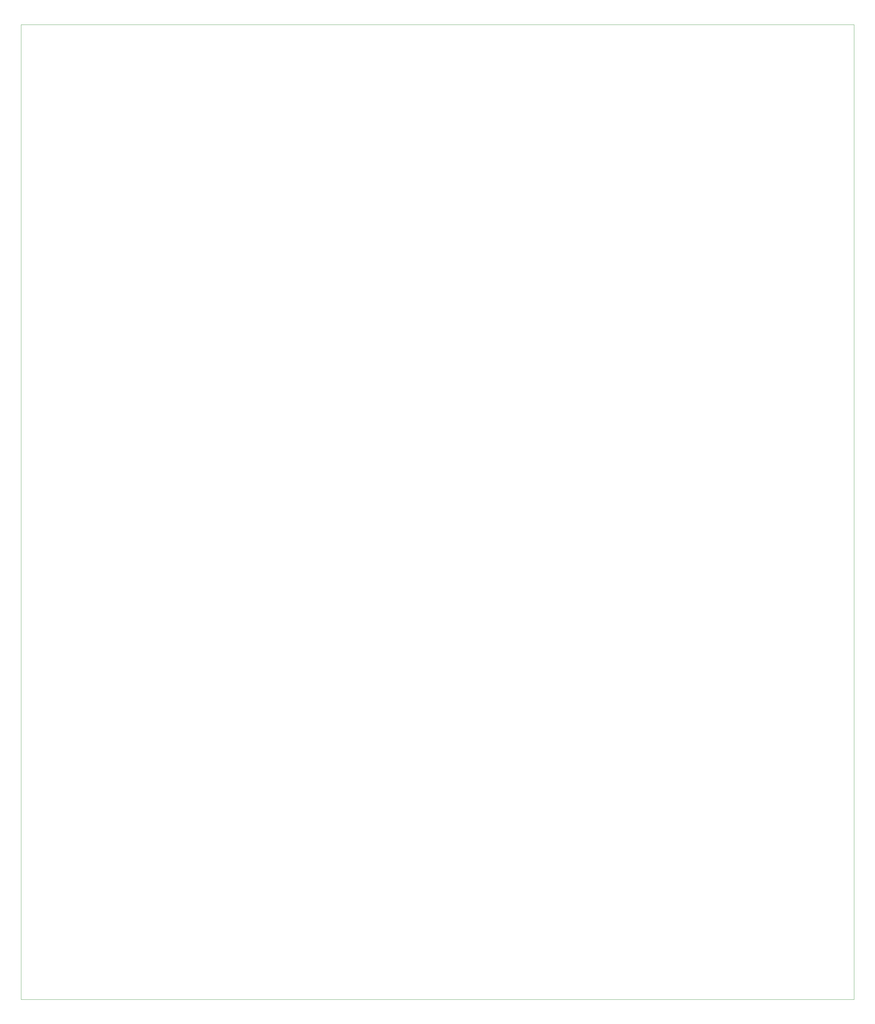
<source format=gbr>
%TF.GenerationSoftware,KiCad,Pcbnew,7.0.9*%
%TF.CreationDate,2024-07-10T12:52:44+02:00*%
%TF.ProjectId,diffprobe-espnow,64696666-7072-46f6-9265-2d6573706e6f,rev?*%
%TF.SameCoordinates,Original*%
%TF.FileFunction,Profile,NP*%
%FSLAX46Y46*%
G04 Gerber Fmt 4.6, Leading zero omitted, Abs format (unit mm)*
G04 Created by KiCad (PCBNEW 7.0.9) date 2024-07-10 12:52:44*
%MOMM*%
%LPD*%
G01*
G04 APERTURE LIST*
%TA.AperFunction,Profile*%
%ADD10C,0.100000*%
%TD*%
G04 APERTURE END LIST*
D10*
X74550000Y-61050000D02*
X312800000Y-61050000D01*
X312800000Y-339650000D01*
X74550000Y-339650000D01*
X74550000Y-61050000D01*
M02*

</source>
